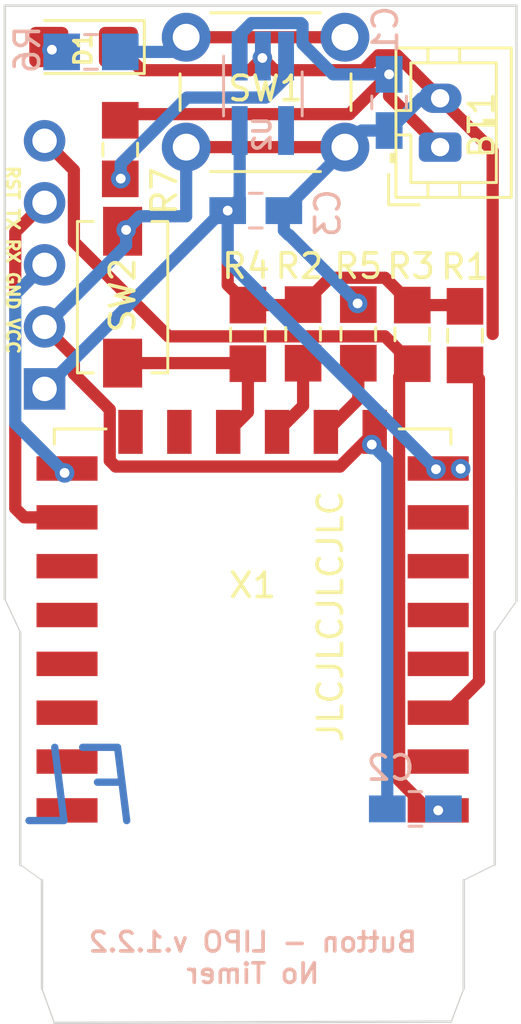
<source format=kicad_pcb>
(kicad_pcb (version 20171130) (host pcbnew "(5.1.9)-1")

  (general
    (thickness 1.6)
    (drawings 21)
    (tracks 120)
    (zones 0)
    (modules 17)
    (nets 14)
  )

  (page A4)
  (layers
    (0 F.Cu signal)
    (31 B.Cu signal)
    (32 B.Adhes user)
    (33 F.Adhes user)
    (34 B.Paste user)
    (35 F.Paste user)
    (36 B.SilkS user)
    (37 F.SilkS user)
    (38 B.Mask user)
    (39 F.Mask user)
    (40 Dwgs.User user)
    (41 Cmts.User user)
    (42 Eco1.User user)
    (43 Eco2.User user)
    (44 Edge.Cuts user)
    (45 Margin user)
    (46 B.CrtYd user hide)
    (47 F.CrtYd user)
    (48 B.Fab user hide)
    (49 F.Fab user hide)
  )

  (setup
    (last_trace_width 0.25)
    (user_trace_width 0.5)
    (trace_clearance 0.1)
    (zone_clearance 0.508)
    (zone_45_only no)
    (trace_min 0.2)
    (via_size 0.8)
    (via_drill 0.4)
    (via_min_size 0.4)
    (via_min_drill 0.3)
    (user_via 0.5 0.3)
    (uvia_size 0.3)
    (uvia_drill 0.1)
    (uvias_allowed no)
    (uvia_min_size 0.2)
    (uvia_min_drill 0.1)
    (edge_width 0.05)
    (segment_width 0.2)
    (pcb_text_width 0.3)
    (pcb_text_size 1.5 1.5)
    (mod_edge_width 0.12)
    (mod_text_size 1 1)
    (mod_text_width 0.15)
    (pad_size 1.524 1.524)
    (pad_drill 0.762)
    (pad_to_mask_clearance 0.051)
    (solder_mask_min_width 0.25)
    (aux_axis_origin 0 0)
    (visible_elements 7FFFFFFF)
    (pcbplotparams
      (layerselection 0x010fc_ffffffff)
      (usegerberextensions false)
      (usegerberattributes false)
      (usegerberadvancedattributes true)
      (creategerberjobfile false)
      (excludeedgelayer true)
      (linewidth 0.150000)
      (plotframeref false)
      (viasonmask false)
      (mode 1)
      (useauxorigin true)
      (hpglpennumber 1)
      (hpglpenspeed 20)
      (hpglpendiameter 15.000000)
      (psnegative false)
      (psa4output false)
      (plotreference true)
      (plotvalue true)
      (plotinvisibletext false)
      (padsonsilk false)
      (subtractmaskfromsilk false)
      (outputformat 1)
      (mirror false)
      (drillshape 0)
      (scaleselection 1)
      (outputdirectory "Gerber/"))
  )

  (net 0 "")
  (net 1 /VCC)
  (net 2 /GND)
  (net 3 /RST)
  (net 4 /RX)
  (net 5 /TX)
  (net 6 /EN)
  (net 7 /GPIO2)
  (net 8 /GPIO0)
  (net 9 "Net-(BT1-Pad1)")
  (net 10 /GPIO15)
  (net 11 "Net-(D1-Pad2)")
  (net 12 "Net-(R6-Pad2)")
  (net 13 "Net-(R7-Pad1)")

  (net_class Default "This is the default net class."
    (clearance 0.1)
    (trace_width 0.25)
    (via_dia 0.8)
    (via_drill 0.4)
    (uvia_dia 0.3)
    (uvia_drill 0.1)
    (add_net /EN)
    (add_net /GND)
    (add_net /GPIO0)
    (add_net /GPIO15)
    (add_net /GPIO2)
    (add_net /RST)
    (add_net /RX)
    (add_net /TX)
    (add_net /VCC)
    (add_net "Net-(BT1-Pad1)")
    (add_net "Net-(D1-Pad2)")
    (add_net "Net-(R6-Pad2)")
    (add_net "Net-(R7-Pad1)")
  )

  (module RF_Module:ESP-12E (layer F.Cu) (tedit 60342238) (tstamp 603269A6)
    (at 125.72 90.16 180)
    (descr "Wi-Fi Module, http://wiki.ai-thinker.com/_media/esp8266/docs/aithinker_esp_12f_datasheet_en.pdf")
    (tags "Wi-Fi Module")
    (path /602C0443)
    (attr smd)
    (fp_text reference X1 (at 0 5.715 180) (layer F.SilkS)
      (effects (font (size 1 1) (thickness 0.15)))
    )
    (fp_text value ESP-12E (at -0.06 -12.78 180) (layer F.Fab)
      (effects (font (size 1 1) (thickness 0.15)))
    )
    (fp_line (start -8 -12) (end 8 -12) (layer F.Fab) (width 0.12))
    (fp_line (start 8 -12) (end 8 12) (layer F.Fab) (width 0.12))
    (fp_line (start 8 12) (end -8 12) (layer F.Fab) (width 0.12))
    (fp_line (start -8 12) (end -8 -3) (layer F.Fab) (width 0.12))
    (fp_line (start -8 -3) (end -7.5 -3.5) (layer F.Fab) (width 0.12))
    (fp_line (start -7.5 -3.5) (end -8 -4) (layer F.Fab) (width 0.12))
    (fp_line (start -8 -4) (end -8 -12) (layer F.Fab) (width 0.12))
    (fp_line (start -9.05 -12.2) (end 9.05 -12.2) (layer F.CrtYd) (width 0.05))
    (fp_line (start 9.05 -12.2) (end 9.05 13.1) (layer F.CrtYd) (width 0.05))
    (fp_line (start 9.05 13.1) (end -9.05 13.1) (layer F.CrtYd) (width 0.05))
    (fp_line (start -9.05 13.1) (end -9.05 -12.2) (layer F.CrtYd) (width 0.05))
    (fp_line (start 8.12 11.5) (end 8.12 12.12) (layer F.SilkS) (width 0.12))
    (fp_line (start 8.12 12.12) (end 6 12.12) (layer F.SilkS) (width 0.12))
    (fp_line (start -6 12.12) (end -8.12 12.12) (layer F.SilkS) (width 0.12))
    (fp_line (start -8.12 12.12) (end -8.12 11.5) (layer F.SilkS) (width 0.12))
    (fp_line (start -8.12 -12.12) (end 8.12 -12.12) (layer Dwgs.User) (width 0.12))
    (fp_line (start 8.12 -12.12) (end 8.12 -4.8) (layer Dwgs.User) (width 0.12))
    (fp_line (start 8.12 -4.8) (end -8.12 -4.8) (layer Dwgs.User) (width 0.12))
    (fp_line (start -8.12 -4.8) (end -8.12 -12.12) (layer Dwgs.User) (width 0.12))
    (fp_line (start -8.12 -9.12) (end -5.12 -12.12) (layer Dwgs.User) (width 0.12))
    (fp_line (start -8.12 -6.12) (end -2.12 -12.12) (layer Dwgs.User) (width 0.12))
    (fp_line (start -6.44 -4.8) (end 0.88 -12.12) (layer Dwgs.User) (width 0.12))
    (fp_line (start -3.44 -4.8) (end 3.88 -12.12) (layer Dwgs.User) (width 0.12))
    (fp_line (start -0.44 -4.8) (end 6.88 -12.12) (layer Dwgs.User) (width 0.12))
    (fp_line (start 2.56 -4.8) (end 8.12 -10.36) (layer Dwgs.User) (width 0.12))
    (fp_line (start 5.56 -4.8) (end 8.12 -7.36) (layer Dwgs.User) (width 0.12))
    (fp_text user %R (at 0.49 -0.8 180) (layer F.Fab)
      (effects (font (size 1 1) (thickness 0.15)))
    )
    (fp_text user "KEEP-OUT ZONE" (at 0.03 -9.55) (layer Cmts.User)
      (effects (font (size 1 1) (thickness 0.15)))
    )
    (fp_text user Antenna (at -0.06 -7) (layer Cmts.User)
      (effects (font (size 1 1) (thickness 0.15)))
    )
    (pad 22 smd rect (at 7.6 -3.5 180) (size 2.5 1) (layers F.Cu F.Paste F.Mask))
    (pad 21 smd rect (at 7.6 -1.5 180) (size 2.5 1) (layers F.Cu F.Paste F.Mask))
    (pad 20 smd rect (at 7.6 0.5 180) (size 2.5 1) (layers F.Cu F.Paste F.Mask))
    (pad 19 smd rect (at 7.6 2.5 180) (size 2.5 1) (layers F.Cu F.Paste F.Mask))
    (pad 18 smd rect (at 7.6 4.5 180) (size 2.5 1) (layers F.Cu F.Paste F.Mask))
    (pad 17 smd rect (at 7.6 6.5 180) (size 2.5 1) (layers F.Cu F.Paste F.Mask))
    (pad 16 smd rect (at 7.6 8.5 180) (size 2.5 1) (layers F.Cu F.Paste F.Mask)
      (net 5 /TX))
    (pad 15 smd rect (at 7.6 10.5 180) (size 2.5 1) (layers F.Cu F.Paste F.Mask)
      (net 4 /RX))
    (pad 14 smd rect (at 5 12 180) (size 1 1.8) (layers F.Cu F.Paste F.Mask))
    (pad 13 smd rect (at 3 12 180) (size 1 1.8) (layers F.Cu F.Paste F.Mask))
    (pad 12 smd rect (at 1 12 180) (size 1 1.8) (layers F.Cu F.Paste F.Mask)
      (net 8 /GPIO0))
    (pad 11 smd rect (at -1 12 180) (size 1 1.8) (layers F.Cu F.Paste F.Mask)
      (net 7 /GPIO2))
    (pad 10 smd rect (at -3 12 180) (size 1 1.8) (layers F.Cu F.Paste F.Mask)
      (net 10 /GPIO15))
    (pad 9 smd rect (at -5 12 180) (size 1 1.8) (layers F.Cu F.Paste F.Mask)
      (net 2 /GND))
    (pad 8 smd rect (at -7.6 10.5 180) (size 2.5 1) (layers F.Cu F.Paste F.Mask)
      (net 1 /VCC))
    (pad 7 smd rect (at -7.6 8.5 180) (size 2.5 1) (layers F.Cu F.Paste F.Mask))
    (pad 6 smd rect (at -7.6 6.5 180) (size 2.5 1) (layers F.Cu F.Paste F.Mask))
    (pad 5 smd rect (at -7.6 4.5 180) (size 2.5 1) (layers F.Cu F.Paste F.Mask))
    (pad 4 smd rect (at -7.6 2.5 180) (size 2.5 1) (layers F.Cu F.Paste F.Mask))
    (pad 3 smd rect (at -7.6 0.5 180) (size 2.5 1) (layers F.Cu F.Paste F.Mask)
      (net 6 /EN))
    (pad 2 smd rect (at -7.6 -1.5 180) (size 2.5 1) (layers F.Cu F.Paste F.Mask))
    (pad 1 smd rect (at -7.6 -3.5 180) (size 2.5 1) (layers F.Cu F.Paste F.Mask)
      (net 3 /RST))
    (model ${KISYS3DMOD}/RF_Module.3dshapes/ESP-12E.wrl
      (at (xyz 0 0 0))
      (scale (xyz 1 1 1))
      (rotate (xyz 0 0 0))
    )
  )

  (module Connector_PinHeader_2.54mm:PinHeader_1x05_P2.54mm_Vertical (layer F.Cu) (tedit 6033FCFB) (tstamp 60326824)
    (at 117.2 76.4 180)
    (descr "Through hole straight pin header, 1x05, 2.54mm pitch, single row")
    (tags "Through hole pin header THT 1x05 2.54mm single row")
    (path /60301345)
    (fp_text reference J1 (at -2.6162 -0.9652 180) (layer F.SilkS) hide
      (effects (font (size 1 1) (thickness 0.15)))
    )
    (fp_text value Conn_01x05_Female (at 0 12.49 180) (layer F.Fab)
      (effects (font (size 1 1) (thickness 0.15)))
    )
    (fp_line (start -0.635 -1.27) (end 1.27 -1.27) (layer F.Fab) (width 0.1))
    (fp_line (start 1.27 -1.27) (end 1.27 11.43) (layer F.Fab) (width 0.1))
    (fp_line (start 1.27 11.43) (end -1.27 11.43) (layer F.Fab) (width 0.1))
    (fp_line (start -1.27 11.43) (end -1.27 -0.635) (layer F.Fab) (width 0.1))
    (fp_line (start -1.27 -0.635) (end -0.635 -1.27) (layer F.Fab) (width 0.1))
    (fp_line (start -1.8 -1.8) (end -1.8 11.95) (layer F.CrtYd) (width 0.05))
    (fp_line (start -1.8 11.95) (end 1.8 11.95) (layer F.CrtYd) (width 0.05))
    (fp_line (start 1.8 11.95) (end 1.8 -1.8) (layer F.CrtYd) (width 0.05))
    (fp_line (start 1.8 -1.8) (end -1.8 -1.8) (layer F.CrtYd) (width 0.05))
    (fp_text user %R (at 0 5.08 270) (layer F.Fab)
      (effects (font (size 1 1) (thickness 0.15)))
    )
    (pad 5 thru_hole oval (at 0 10.16 180) (size 1.7 1.7) (drill 1) (layers *.Cu *.Mask)
      (net 3 /RST))
    (pad 4 thru_hole oval (at 0 7.62 180) (size 1.7 1.7) (drill 1) (layers *.Cu *.Mask)
      (net 5 /TX))
    (pad 3 thru_hole oval (at 0 5.08 180) (size 1.7 1.7) (drill 1) (layers *.Cu *.Mask)
      (net 4 /RX))
    (pad 2 thru_hole oval (at 0 2.54 180) (size 1.7 1.7) (drill 1) (layers *.Cu *.Mask)
      (net 2 /GND))
    (pad 1 thru_hole rect (at 0 0 180) (size 1.7 1.7) (drill 1) (layers *.Cu *.Mask)
      (net 1 /VCC))
    (model ${KISYS3DMOD}/Connector_PinHeader_2.54mm.3dshapes/PinHeader_1x05_P2.54mm_Vertical.wrl
      (at (xyz 0 0 0))
      (scale (xyz 1 1 1))
      (rotate (xyz 0 0 0))
    )
  )

  (module Connector_JST:JST_PH_B2B-PH-K_1x02_P2.00mm_Vertical (layer F.Cu) (tedit 5B7745C2) (tstamp 60326788)
    (at 133.4 66.5 90)
    (descr "JST PH series connector, B2B-PH-K (http://www.jst-mfg.com/product/pdf/eng/ePH.pdf), generated with kicad-footprint-generator")
    (tags "connector JST PH side entry")
    (path /602C3B33)
    (fp_text reference BT1 (at 0.9 1.7 -90) (layer F.SilkS)
      (effects (font (size 1 1) (thickness 0.15)))
    )
    (fp_text value Battery_Cell (at 1 4 -90) (layer F.Fab)
      (effects (font (size 1 1) (thickness 0.15)))
    )
    (fp_line (start -2.06 -1.81) (end -2.06 2.91) (layer F.SilkS) (width 0.12))
    (fp_line (start -2.06 2.91) (end 4.06 2.91) (layer F.SilkS) (width 0.12))
    (fp_line (start 4.06 2.91) (end 4.06 -1.81) (layer F.SilkS) (width 0.12))
    (fp_line (start 4.06 -1.81) (end -2.06 -1.81) (layer F.SilkS) (width 0.12))
    (fp_line (start -0.3 -1.81) (end -0.3 -2.01) (layer F.SilkS) (width 0.12))
    (fp_line (start -0.3 -2.01) (end -0.6 -2.01) (layer F.SilkS) (width 0.12))
    (fp_line (start -0.6 -2.01) (end -0.6 -1.81) (layer F.SilkS) (width 0.12))
    (fp_line (start -0.3 -1.91) (end -0.6 -1.91) (layer F.SilkS) (width 0.12))
    (fp_line (start 0.5 -1.81) (end 0.5 -1.2) (layer F.SilkS) (width 0.12))
    (fp_line (start 0.5 -1.2) (end -1.45 -1.2) (layer F.SilkS) (width 0.12))
    (fp_line (start -1.45 -1.2) (end -1.45 2.3) (layer F.SilkS) (width 0.12))
    (fp_line (start -1.45 2.3) (end 3.45 2.3) (layer F.SilkS) (width 0.12))
    (fp_line (start 3.45 2.3) (end 3.45 -1.2) (layer F.SilkS) (width 0.12))
    (fp_line (start 3.45 -1.2) (end 1.5 -1.2) (layer F.SilkS) (width 0.12))
    (fp_line (start 1.5 -1.2) (end 1.5 -1.81) (layer F.SilkS) (width 0.12))
    (fp_line (start -2.06 -0.5) (end -1.45 -0.5) (layer F.SilkS) (width 0.12))
    (fp_line (start -2.06 0.8) (end -1.45 0.8) (layer F.SilkS) (width 0.12))
    (fp_line (start 4.06 -0.5) (end 3.45 -0.5) (layer F.SilkS) (width 0.12))
    (fp_line (start 4.06 0.8) (end 3.45 0.8) (layer F.SilkS) (width 0.12))
    (fp_line (start 0.9 2.3) (end 0.9 1.8) (layer F.SilkS) (width 0.12))
    (fp_line (start 0.9 1.8) (end 1.1 1.8) (layer F.SilkS) (width 0.12))
    (fp_line (start 1.1 1.8) (end 1.1 2.3) (layer F.SilkS) (width 0.12))
    (fp_line (start 1 2.3) (end 1 1.8) (layer F.SilkS) (width 0.12))
    (fp_line (start -1.11 -2.11) (end -2.36 -2.11) (layer F.SilkS) (width 0.12))
    (fp_line (start -2.36 -2.11) (end -2.36 -0.86) (layer F.SilkS) (width 0.12))
    (fp_line (start -1.11 -2.11) (end -2.36 -2.11) (layer F.Fab) (width 0.1))
    (fp_line (start -2.36 -2.11) (end -2.36 -0.86) (layer F.Fab) (width 0.1))
    (fp_line (start -1.95 -1.7) (end -1.95 2.8) (layer F.Fab) (width 0.1))
    (fp_line (start -1.95 2.8) (end 3.95 2.8) (layer F.Fab) (width 0.1))
    (fp_line (start 3.95 2.8) (end 3.95 -1.7) (layer F.Fab) (width 0.1))
    (fp_line (start 3.95 -1.7) (end -1.95 -1.7) (layer F.Fab) (width 0.1))
    (fp_line (start -2.45 -2.2) (end -2.45 3.3) (layer F.CrtYd) (width 0.05))
    (fp_line (start -2.45 3.3) (end 4.45 3.3) (layer F.CrtYd) (width 0.05))
    (fp_line (start 4.45 3.3) (end 4.45 -2.2) (layer F.CrtYd) (width 0.05))
    (fp_line (start 4.45 -2.2) (end -2.45 -2.2) (layer F.CrtYd) (width 0.05))
    (fp_text user %R (at 1 1.5 -90) (layer F.Fab)
      (effects (font (size 1 1) (thickness 0.15)))
    )
    (pad 2 thru_hole oval (at 2 0 90) (size 1.2 1.75) (drill 0.75) (layers *.Cu *.Mask)
      (net 2 /GND))
    (pad 1 thru_hole roundrect (at 0 0 90) (size 1.2 1.75) (drill 0.75) (layers *.Cu *.Mask) (roundrect_rratio 0.208333)
      (net 9 "Net-(BT1-Pad1)"))
    (model ${KISYS3DMOD}/Connector_JST.3dshapes/JST_PH_B2B-PH-K_1x02_P2.00mm_Vertical.wrl
      (at (xyz 0 0 0))
      (scale (xyz 1 1 1))
      (rotate (xyz 0 0 0))
    )
  )

  (module Button_Switch_THT:SW_PUSH_6mm (layer F.Cu) (tedit 5A02FE31) (tstamp 60326911)
    (at 123 62)
    (descr https://www.omron.com/ecb/products/pdf/en-b3f.pdf)
    (tags "tact sw push 6mm")
    (path /602CFCB7)
    (fp_text reference SW1 (at 3.25 2.1) (layer F.SilkS)
      (effects (font (size 1 1) (thickness 0.15)))
    )
    (fp_text value SW_Push (at 3.75 6.7) (layer F.Fab)
      (effects (font (size 1 1) (thickness 0.15)))
    )
    (fp_line (start 3.25 -0.75) (end 6.25 -0.75) (layer F.Fab) (width 0.1))
    (fp_line (start 6.25 -0.75) (end 6.25 5.25) (layer F.Fab) (width 0.1))
    (fp_line (start 6.25 5.25) (end 0.25 5.25) (layer F.Fab) (width 0.1))
    (fp_line (start 0.25 5.25) (end 0.25 -0.75) (layer F.Fab) (width 0.1))
    (fp_line (start 0.25 -0.75) (end 3.25 -0.75) (layer F.Fab) (width 0.1))
    (fp_line (start 7.75 6) (end 8 6) (layer F.CrtYd) (width 0.05))
    (fp_line (start 8 6) (end 8 5.75) (layer F.CrtYd) (width 0.05))
    (fp_line (start 7.75 -1.5) (end 8 -1.5) (layer F.CrtYd) (width 0.05))
    (fp_line (start 8 -1.5) (end 8 -1.25) (layer F.CrtYd) (width 0.05))
    (fp_line (start -1.5 -1.25) (end -1.5 -1.5) (layer F.CrtYd) (width 0.05))
    (fp_line (start -1.5 -1.5) (end -1.25 -1.5) (layer F.CrtYd) (width 0.05))
    (fp_line (start -1.5 5.75) (end -1.5 6) (layer F.CrtYd) (width 0.05))
    (fp_line (start -1.5 6) (end -1.25 6) (layer F.CrtYd) (width 0.05))
    (fp_line (start -1.25 -1.5) (end 7.75 -1.5) (layer F.CrtYd) (width 0.05))
    (fp_line (start -1.5 5.75) (end -1.5 -1.25) (layer F.CrtYd) (width 0.05))
    (fp_line (start 7.75 6) (end -1.25 6) (layer F.CrtYd) (width 0.05))
    (fp_line (start 8 -1.25) (end 8 5.75) (layer F.CrtYd) (width 0.05))
    (fp_line (start 1 5.5) (end 5.5 5.5) (layer F.SilkS) (width 0.12))
    (fp_line (start -0.25 1.5) (end -0.25 3) (layer F.SilkS) (width 0.12))
    (fp_line (start 5.5 -1) (end 1 -1) (layer F.SilkS) (width 0.12))
    (fp_line (start 6.75 3) (end 6.75 1.5) (layer F.SilkS) (width 0.12))
    (fp_circle (center 3.25 2.25) (end 1.25 2.5) (layer F.Fab) (width 0.1))
    (fp_text user %R (at 3.25 2.25) (layer F.Fab)
      (effects (font (size 1 1) (thickness 0.15)))
    )
    (pad 1 thru_hole circle (at 6.5 0 90) (size 2 2) (drill 1.1) (layers *.Cu *.Mask)
      (net 12 "Net-(R6-Pad2)"))
    (pad 2 thru_hole circle (at 6.5 4.5 90) (size 2 2) (drill 1.1) (layers *.Cu *.Mask)
      (net 2 /GND))
    (pad 1 thru_hole circle (at 0 0 90) (size 2 2) (drill 1.1) (layers *.Cu *.Mask)
      (net 12 "Net-(R6-Pad2)"))
    (pad 2 thru_hole circle (at 0 4.5 90) (size 2 2) (drill 1.1) (layers *.Cu *.Mask)
      (net 2 /GND))
    (model ${KISYS3DMOD}/Button_Switch_THT.3dshapes/SW_PUSH_6mm.wrl
      (at (xyz 0 0 0))
      (scale (xyz 1 1 1))
      (rotate (xyz 0 0 0))
    )
  )

  (module handsolder:C_0805_2012handsodermod (layer B.Cu) (tedit 60326176) (tstamp 603267C3)
    (at 131.31 64.67 90)
    (descr "Capacitor SMD 0805 (2012 Metric), square (rectangular) end terminal, IPC_7351 nominal with elongated pad for handsoldering. (Body size source: https://docs.google.com/spreadsheets/d/1BsfQQcO9C6DZCsRaXUlFlo91Tg2WpOkGARC1WS5S8t0/edit?usp=sharing), generated with kicad-footprint-generator")
    (tags "capacitor handsolder")
    (path /602D0C1F)
    (attr smd)
    (fp_text reference C1 (at 2.9718 -0.1524 270) (layer B.SilkS)
      (effects (font (size 1 1) (thickness 0.15)) (justify mirror))
    )
    (fp_text value 10uF (at 0 -1.65 270) (layer B.Fab) hide
      (effects (font (size 1 1) (thickness 0.15)) (justify mirror))
    )
    (fp_line (start -1 -0.6) (end -1 0.6) (layer B.Fab) (width 0.1))
    (fp_line (start -1 0.6) (end 1 0.6) (layer B.Fab) (width 0.1))
    (fp_line (start 1 0.6) (end 1 -0.6) (layer B.Fab) (width 0.1))
    (fp_line (start 1 -0.6) (end -1 -0.6) (layer B.Fab) (width 0.1))
    (fp_line (start -0.261252 0.71) (end 0.261252 0.71) (layer B.SilkS) (width 0.12))
    (fp_line (start -0.261252 -0.71) (end 0.261252 -0.71) (layer B.SilkS) (width 0.12))
    (fp_line (start -2 -0.85) (end -2 0.85) (layer B.CrtYd) (width 0.05))
    (fp_line (start -2 0.85) (end 2.05 0.85) (layer B.CrtYd) (width 0.05))
    (fp_line (start 2.05 0.85) (end 2.05 -0.85) (layer B.CrtYd) (width 0.05))
    (fp_line (start 2.05 -0.85) (end -2 -0.85) (layer B.CrtYd) (width 0.05))
    (fp_text user %R (at 0 0 270) (layer B.Fab)
      (effects (font (size 0.5 0.5) (thickness 0.08)) (justify mirror))
    )
    (pad 2 smd rect (at 1.15 0 90) (size 1.5 1.1) (layers B.Cu B.Paste B.Mask)
      (net 9 "Net-(BT1-Pad1)"))
    (pad 1 smd rect (at -1.15 0 90) (size 1.5 1.1) (layers B.Cu B.Paste B.Mask)
      (net 2 /GND))
    (model ${KISYS3DMOD}/Capacitor_SMD.3dshapes/C_0805_2012Metric.wrl
      (at (xyz 0 0 0))
      (scale (xyz 1 1 1))
      (rotate (xyz 0 0 0))
    )
  )

  (module handsolder:SOT-23-5_HandSolderingmod (layer B.Cu) (tedit 60023824) (tstamp 60326955)
    (at 126.14 64.32 270)
    (descr "5-pin SOT23 package")
    (tags "SOT-23-5 hand-soldering")
    (path /602F5FBE)
    (attr smd)
    (fp_text reference U2 (at 1.65 0.03 270) (layer B.SilkS)
      (effects (font (size 0.7 0.7) (thickness 0.15)) (justify mirror))
    )
    (fp_text value AP2112K-3.3 (at 7.62 -1.27 270) (layer B.SilkS) hide
      (effects (font (size 1 1) (thickness 0.15)) (justify mirror))
    )
    (fp_line (start -0.9 -1.61) (end 0.9 -1.61) (layer B.SilkS) (width 0.12))
    (fp_line (start 0.9 1.61) (end -1.55 1.61) (layer B.SilkS) (width 0.12))
    (fp_line (start -0.9 0.9) (end -0.25 1.55) (layer B.Fab) (width 0.1))
    (fp_line (start 0.9 1.55) (end -0.25 1.55) (layer B.Fab) (width 0.1))
    (fp_line (start -0.9 0.9) (end -0.9 -1.55) (layer B.Fab) (width 0.1))
    (fp_line (start 0.9 -1.55) (end -0.9 -1.55) (layer B.Fab) (width 0.1))
    (fp_line (start 0.9 1.55) (end 0.9 -1.55) (layer B.Fab) (width 0.1))
    (fp_line (start -2.38 1.8) (end 2.38 1.8) (layer B.CrtYd) (width 0.05))
    (fp_line (start -2.38 1.8) (end -2.38 -1.8) (layer B.CrtYd) (width 0.05))
    (fp_line (start 2.38 -1.8) (end 2.38 1.8) (layer B.CrtYd) (width 0.05))
    (fp_line (start 2.38 -1.8) (end -2.38 -1.8) (layer B.CrtYd) (width 0.05))
    (fp_text user %R (at 0 0) (layer B.Fab)
      (effects (font (size 0.5 0.5) (thickness 0.075)) (justify mirror))
    )
    (pad 5 smd rect (at 1.5 0.95 270) (size 2 0.65) (layers B.Cu B.Paste B.Mask)
      (net 1 /VCC))
    (pad 4 smd rect (at 1.5 -0.95 270) (size 2 0.65) (layers B.Cu B.Paste B.Mask))
    (pad 3 smd rect (at -1.55 -0.95 270) (size 2 0.65) (layers B.Cu B.Paste B.Mask)
      (net 13 "Net-(R7-Pad1)"))
    (pad 2 smd trapezoid (at -1.55 0 270) (size 2 0.65) (layers B.Cu B.Paste B.Mask)
      (net 2 /GND))
    (pad 1 smd rect (at -1.55 0.95 270) (size 2 0.65) (layers B.Cu B.Paste B.Mask)
      (net 9 "Net-(BT1-Pad1)"))
    (model ${KISYS3DMOD}/Package_TO_SOT_SMD.3dshapes/SOT-23-5.wrl
      (at (xyz 0 0 0))
      (scale (xyz 1 1 1))
      (rotate (xyz 0 0 0))
    )
  )

  (module Button_Switch_SMD:SW_SPST_EVQPE1 (layer F.Cu) (tedit 5A02FC95) (tstamp 6032692A)
    (at 120.396 72.644 90)
    (descr "Light Touch Switch, https://industrial.panasonic.com/cdbs/www-data/pdf/ATK0000/ATK0000CE7.pdf")
    (path /602CDBD4)
    (attr smd)
    (fp_text reference SW2 (at 0.0762 0 90) (layer F.SilkS)
      (effects (font (size 1 1) (thickness 0.15)))
    )
    (fp_text value SW_Push (at 0 3 90) (layer F.Fab)
      (effects (font (size 1 1) (thickness 0.15)))
    )
    (fp_line (start 3 -1.75) (end 3 1.75) (layer F.Fab) (width 0.1))
    (fp_line (start 3 1.75) (end -3 1.75) (layer F.Fab) (width 0.1))
    (fp_line (start -3 1.75) (end -3 -1.75) (layer F.Fab) (width 0.1))
    (fp_line (start -3 -1.75) (end 3 -1.75) (layer F.Fab) (width 0.1))
    (fp_line (start -1.4 -0.7) (end 1.4 -0.7) (layer F.Fab) (width 0.1))
    (fp_line (start 1.4 -0.7) (end 1.4 0.7) (layer F.Fab) (width 0.1))
    (fp_line (start 1.4 0.7) (end -1.4 0.7) (layer F.Fab) (width 0.1))
    (fp_line (start -1.4 0.7) (end -1.4 -0.7) (layer F.Fab) (width 0.1))
    (fp_line (start -3.95 -2) (end 3.95 -2) (layer F.CrtYd) (width 0.05))
    (fp_line (start 3.95 -2) (end 3.95 2) (layer F.CrtYd) (width 0.05))
    (fp_line (start 3.95 2) (end -3.95 2) (layer F.CrtYd) (width 0.05))
    (fp_line (start -3.95 2) (end -3.95 -2) (layer F.CrtYd) (width 0.05))
    (fp_line (start 3.1 -1.85) (end 3.1 -1.2) (layer F.SilkS) (width 0.12))
    (fp_line (start 3.1 1.85) (end 3.1 1.2) (layer F.SilkS) (width 0.12))
    (fp_line (start -3.1 1.2) (end -3.1 1.85) (layer F.SilkS) (width 0.12))
    (fp_line (start -3.1 -1.85) (end -3.1 -1.2) (layer F.SilkS) (width 0.12))
    (fp_line (start 3.1 -1.85) (end -3.1 -1.85) (layer F.SilkS) (width 0.12))
    (fp_line (start -3.1 1.85) (end 3.1 1.85) (layer F.SilkS) (width 0.12))
    (fp_text user %R (at 0 -2.65 90) (layer F.Fab)
      (effects (font (size 1 1) (thickness 0.15)))
    )
    (pad 1 smd rect (at -2.7 0 90) (size 2 1.6) (layers F.Cu F.Paste F.Mask)
      (net 8 /GPIO0))
    (pad 2 smd rect (at 2.7 0 90) (size 2 1.6) (layers F.Cu F.Paste F.Mask)
      (net 2 /GND))
    (model ${KISYS3DMOD}/Button_Switch_SMD.3dshapes/SW_SPST_EVQPE1.wrl
      (at (xyz 0 0 0))
      (scale (xyz 1 1 1))
      (rotate (xyz 0 0 0))
    )
  )

  (module handsolder:R_0805_2012handsoldermod (layer F.Cu) (tedit 60004565) (tstamp 603268D0)
    (at 120.3 66.6 90)
    (descr "Resistor SMD 0805 (2012 Metric), square (rectangular) end terminal, IPC_7351 nominal with elongated pad for handsoldering. (Body size source: https://docs.google.com/spreadsheets/d/1BsfQQcO9C6DZCsRaXUlFlo91Tg2WpOkGARC1WS5S8t0/edit?usp=sharing), generated with kicad-footprint-generator")
    (tags "resistor handsolder")
    (path /602F7A06)
    (attr smd)
    (fp_text reference R7 (at -1.7 1.8 270) (layer F.SilkS)
      (effects (font (size 1 1) (thickness 0.15)))
    )
    (fp_text value 100k (at 0 1.65 90) (layer F.Fab) hide
      (effects (font (size 1 1) (thickness 0.15)))
    )
    (fp_line (start -1 0.6) (end -1 -0.6) (layer F.Fab) (width 0.1))
    (fp_line (start -1 -0.6) (end 1 -0.6) (layer F.Fab) (width 0.1))
    (fp_line (start 1 -0.6) (end 1 0.6) (layer F.Fab) (width 0.1))
    (fp_line (start 1 0.6) (end -1 0.6) (layer F.Fab) (width 0.1))
    (fp_line (start -0.261252 -0.71) (end 0.261252 -0.71) (layer F.SilkS) (width 0.12))
    (fp_line (start -0.261252 0.71) (end 0.261252 0.71) (layer F.SilkS) (width 0.12))
    (fp_line (start -2.05 0.95) (end -2.05 -0.95) (layer F.CrtYd) (width 0.05))
    (fp_line (start -2.05 -0.95) (end 2.05 -0.95) (layer F.CrtYd) (width 0.05))
    (fp_line (start 2.05 -0.95) (end 2.05 0.95) (layer F.CrtYd) (width 0.05))
    (fp_line (start 2.05 0.95) (end -2.05 0.95) (layer F.CrtYd) (width 0.05))
    (fp_text user %R (at 0 0 180) (layer F.Fab)
      (effects (font (size 0.5 0.5) (thickness 0.08)))
    )
    (pad 2 smd rect (at 1.2 0 90) (size 1.5 1.5) (layers F.Cu F.Paste F.Mask)
      (net 9 "Net-(BT1-Pad1)"))
    (pad 1 smd rect (at -1.2 0 90) (size 1.5 1.5) (layers F.Cu F.Paste F.Mask)
      (net 13 "Net-(R7-Pad1)"))
    (model ${KISYS3DMOD}/Resistor_SMD.3dshapes/R_0805_2012Metric.wrl
      (at (xyz 0 0 0))
      (scale (xyz 1 1 1))
      (rotate (xyz 0 0 0))
    )
  )

  (module handsolder:R_0805_2012handsoldermod (layer B.Cu) (tedit 60004565) (tstamp 603268BF)
    (at 119.1 62.6)
    (descr "Resistor SMD 0805 (2012 Metric), square (rectangular) end terminal, IPC_7351 nominal with elongated pad for handsoldering. (Body size source: https://docs.google.com/spreadsheets/d/1BsfQQcO9C6DZCsRaXUlFlo91Tg2WpOkGARC1WS5S8t0/edit?usp=sharing), generated with kicad-footprint-generator")
    (tags "resistor handsolder")
    (path /602D454A)
    (attr smd)
    (fp_text reference R6 (at -2.6 -0.1 90) (layer B.SilkS)
      (effects (font (size 1 1) (thickness 0.15)) (justify mirror))
    )
    (fp_text value 1k (at 0 -1.65) (layer B.Fab) hide
      (effects (font (size 1 1) (thickness 0.15)) (justify mirror))
    )
    (fp_line (start -1 -0.6) (end -1 0.6) (layer B.Fab) (width 0.1))
    (fp_line (start -1 0.6) (end 1 0.6) (layer B.Fab) (width 0.1))
    (fp_line (start 1 0.6) (end 1 -0.6) (layer B.Fab) (width 0.1))
    (fp_line (start 1 -0.6) (end -1 -0.6) (layer B.Fab) (width 0.1))
    (fp_line (start -0.261252 0.71) (end 0.261252 0.71) (layer B.SilkS) (width 0.12))
    (fp_line (start -0.261252 -0.71) (end 0.261252 -0.71) (layer B.SilkS) (width 0.12))
    (fp_line (start -2.05 -0.95) (end -2.05 0.95) (layer B.CrtYd) (width 0.05))
    (fp_line (start -2.05 0.95) (end 2.05 0.95) (layer B.CrtYd) (width 0.05))
    (fp_line (start 2.05 0.95) (end 2.05 -0.95) (layer B.CrtYd) (width 0.05))
    (fp_line (start 2.05 -0.95) (end -2.05 -0.95) (layer B.CrtYd) (width 0.05))
    (fp_text user %R (at -0.0528 0.0112) (layer B.Fab)
      (effects (font (size 0.5 0.5) (thickness 0.08)) (justify mirror))
    )
    (pad 2 smd rect (at 1.2 0) (size 1.5 1.5) (layers B.Cu B.Paste B.Mask)
      (net 12 "Net-(R6-Pad2)"))
    (pad 1 smd rect (at -1.2 0) (size 1.5 1.5) (layers B.Cu B.Paste B.Mask)
      (net 11 "Net-(D1-Pad2)"))
    (model ${KISYS3DMOD}/Resistor_SMD.3dshapes/R_0805_2012Metric.wrl
      (at (xyz 0 0 0))
      (scale (xyz 1 1 1))
      (rotate (xyz 0 0 0))
    )
  )

  (module handsolder:R_0805_2012handsoldermod (layer F.Cu) (tedit 60004565) (tstamp 603268AE)
    (at 130.048 74.1488 270)
    (descr "Resistor SMD 0805 (2012 Metric), square (rectangular) end terminal, IPC_7351 nominal with elongated pad for handsoldering. (Body size source: https://docs.google.com/spreadsheets/d/1BsfQQcO9C6DZCsRaXUlFlo91Tg2WpOkGARC1WS5S8t0/edit?usp=sharing), generated with kicad-footprint-generator")
    (tags "resistor handsolder")
    (path /602CA91E)
    (attr smd)
    (fp_text reference R5 (at -2.7748 0 180) (layer F.SilkS)
      (effects (font (size 1 1) (thickness 0.15)))
    )
    (fp_text value 4.7k (at 0 1.65 90) (layer F.Fab) hide
      (effects (font (size 1 1) (thickness 0.15)))
    )
    (fp_line (start -1 0.6) (end -1 -0.6) (layer F.Fab) (width 0.1))
    (fp_line (start -1 -0.6) (end 1 -0.6) (layer F.Fab) (width 0.1))
    (fp_line (start 1 -0.6) (end 1 0.6) (layer F.Fab) (width 0.1))
    (fp_line (start 1 0.6) (end -1 0.6) (layer F.Fab) (width 0.1))
    (fp_line (start -0.261252 -0.71) (end 0.261252 -0.71) (layer F.SilkS) (width 0.12))
    (fp_line (start -0.261252 0.71) (end 0.261252 0.71) (layer F.SilkS) (width 0.12))
    (fp_line (start -2.05 0.95) (end -2.05 -0.95) (layer F.CrtYd) (width 0.05))
    (fp_line (start -2.05 -0.95) (end 2.05 -0.95) (layer F.CrtYd) (width 0.05))
    (fp_line (start 2.05 -0.95) (end 2.05 0.95) (layer F.CrtYd) (width 0.05))
    (fp_line (start 2.05 0.95) (end -2.05 0.95) (layer F.CrtYd) (width 0.05))
    (fp_text user %R (at 0 0 90) (layer F.Fab)
      (effects (font (size 0.5 0.5) (thickness 0.08)))
    )
    (pad 2 smd rect (at 1.2 0 270) (size 1.5 1.5) (layers F.Cu F.Paste F.Mask)
      (net 10 /GPIO15))
    (pad 1 smd rect (at -1.2 0 270) (size 1.5 1.5) (layers F.Cu F.Paste F.Mask)
      (net 2 /GND))
    (model ${KISYS3DMOD}/Resistor_SMD.3dshapes/R_0805_2012Metric.wrl
      (at (xyz 0 0 0))
      (scale (xyz 1 1 1))
      (rotate (xyz 0 0 0))
    )
  )

  (module handsolder:R_0805_2012handsoldermod (layer F.Cu) (tedit 60004565) (tstamp 6032689D)
    (at 125.5268 74.168 270)
    (descr "Resistor SMD 0805 (2012 Metric), square (rectangular) end terminal, IPC_7351 nominal with elongated pad for handsoldering. (Body size source: https://docs.google.com/spreadsheets/d/1BsfQQcO9C6DZCsRaXUlFlo91Tg2WpOkGARC1WS5S8t0/edit?usp=sharing), generated with kicad-footprint-generator")
    (tags "resistor handsolder")
    (path /602CA541)
    (attr smd)
    (fp_text reference R4 (at -2.794 0.0762 180) (layer F.SilkS)
      (effects (font (size 1 1) (thickness 0.15)))
    )
    (fp_text value 10k (at 0 1.65 90) (layer F.Fab) hide
      (effects (font (size 1 1) (thickness 0.15)))
    )
    (fp_line (start -1 0.6) (end -1 -0.6) (layer F.Fab) (width 0.1))
    (fp_line (start -1 -0.6) (end 1 -0.6) (layer F.Fab) (width 0.1))
    (fp_line (start 1 -0.6) (end 1 0.6) (layer F.Fab) (width 0.1))
    (fp_line (start 1 0.6) (end -1 0.6) (layer F.Fab) (width 0.1))
    (fp_line (start -0.261252 -0.71) (end 0.261252 -0.71) (layer F.SilkS) (width 0.12))
    (fp_line (start -0.261252 0.71) (end 0.261252 0.71) (layer F.SilkS) (width 0.12))
    (fp_line (start -2.05 0.95) (end -2.05 -0.95) (layer F.CrtYd) (width 0.05))
    (fp_line (start -2.05 -0.95) (end 2.05 -0.95) (layer F.CrtYd) (width 0.05))
    (fp_line (start 2.05 -0.95) (end 2.05 0.95) (layer F.CrtYd) (width 0.05))
    (fp_line (start 2.05 0.95) (end -2.05 0.95) (layer F.CrtYd) (width 0.05))
    (fp_text user %R (at 0 0 90) (layer F.Fab)
      (effects (font (size 0.5 0.5) (thickness 0.08)))
    )
    (pad 2 smd rect (at 1.2 0 270) (size 1.5 1.5) (layers F.Cu F.Paste F.Mask)
      (net 8 /GPIO0))
    (pad 1 smd rect (at -1.2 0 270) (size 1.5 1.5) (layers F.Cu F.Paste F.Mask)
      (net 1 /VCC))
    (model ${KISYS3DMOD}/Resistor_SMD.3dshapes/R_0805_2012Metric.wrl
      (at (xyz 0 0 0))
      (scale (xyz 1 1 1))
      (rotate (xyz 0 0 0))
    )
  )

  (module handsolder:R_0805_2012handsoldermod (layer F.Cu) (tedit 60004565) (tstamp 6032688C)
    (at 132.2578 74.168 270)
    (descr "Resistor SMD 0805 (2012 Metric), square (rectangular) end terminal, IPC_7351 nominal with elongated pad for handsoldering. (Body size source: https://docs.google.com/spreadsheets/d/1BsfQQcO9C6DZCsRaXUlFlo91Tg2WpOkGARC1WS5S8t0/edit?usp=sharing), generated with kicad-footprint-generator")
    (tags "resistor handsolder")
    (path /602C7954)
    (attr smd)
    (fp_text reference R3 (at -2.794 0.0508 180) (layer F.SilkS)
      (effects (font (size 1 1) (thickness 0.15)))
    )
    (fp_text value 10k (at 0 1.65 90) (layer F.Fab) hide
      (effects (font (size 1 1) (thickness 0.15)))
    )
    (fp_line (start -1 0.6) (end -1 -0.6) (layer F.Fab) (width 0.1))
    (fp_line (start -1 -0.6) (end 1 -0.6) (layer F.Fab) (width 0.1))
    (fp_line (start 1 -0.6) (end 1 0.6) (layer F.Fab) (width 0.1))
    (fp_line (start 1 0.6) (end -1 0.6) (layer F.Fab) (width 0.1))
    (fp_line (start -0.261252 -0.71) (end 0.261252 -0.71) (layer F.SilkS) (width 0.12))
    (fp_line (start -0.261252 0.71) (end 0.261252 0.71) (layer F.SilkS) (width 0.12))
    (fp_line (start -2.05 0.95) (end -2.05 -0.95) (layer F.CrtYd) (width 0.05))
    (fp_line (start -2.05 -0.95) (end 2.05 -0.95) (layer F.CrtYd) (width 0.05))
    (fp_line (start 2.05 -0.95) (end 2.05 0.95) (layer F.CrtYd) (width 0.05))
    (fp_line (start 2.05 0.95) (end -2.05 0.95) (layer F.CrtYd) (width 0.05))
    (fp_text user %R (at 0 0 90) (layer F.Fab)
      (effects (font (size 0.5 0.5) (thickness 0.08)))
    )
    (pad 2 smd rect (at 1.2 0 270) (size 1.5 1.5) (layers F.Cu F.Paste F.Mask)
      (net 3 /RST))
    (pad 1 smd rect (at -1.2 0 270) (size 1.5 1.5) (layers F.Cu F.Paste F.Mask)
      (net 1 /VCC))
    (model ${KISYS3DMOD}/Resistor_SMD.3dshapes/R_0805_2012Metric.wrl
      (at (xyz 0 0 0))
      (scale (xyz 1 1 1))
      (rotate (xyz 0 0 0))
    )
  )

  (module handsolder:R_0805_2012handsoldermod (layer F.Cu) (tedit 60004565) (tstamp 6032687B)
    (at 127.7874 74.1488 270)
    (descr "Resistor SMD 0805 (2012 Metric), square (rectangular) end terminal, IPC_7351 nominal with elongated pad for handsoldering. (Body size source: https://docs.google.com/spreadsheets/d/1BsfQQcO9C6DZCsRaXUlFlo91Tg2WpOkGARC1WS5S8t0/edit?usp=sharing), generated with kicad-footprint-generator")
    (tags "resistor handsolder")
    (path /602CC605)
    (attr smd)
    (fp_text reference R2 (at -2.7748 0.1524 180) (layer F.SilkS)
      (effects (font (size 1 1) (thickness 0.15)))
    )
    (fp_text value 10k (at 0 1.65 90) (layer F.Fab) hide
      (effects (font (size 1 1) (thickness 0.15)))
    )
    (fp_line (start -1 0.6) (end -1 -0.6) (layer F.Fab) (width 0.1))
    (fp_line (start -1 -0.6) (end 1 -0.6) (layer F.Fab) (width 0.1))
    (fp_line (start 1 -0.6) (end 1 0.6) (layer F.Fab) (width 0.1))
    (fp_line (start 1 0.6) (end -1 0.6) (layer F.Fab) (width 0.1))
    (fp_line (start -0.261252 -0.71) (end 0.261252 -0.71) (layer F.SilkS) (width 0.12))
    (fp_line (start -0.261252 0.71) (end 0.261252 0.71) (layer F.SilkS) (width 0.12))
    (fp_line (start -2.05 0.95) (end -2.05 -0.95) (layer F.CrtYd) (width 0.05))
    (fp_line (start -2.05 -0.95) (end 2.05 -0.95) (layer F.CrtYd) (width 0.05))
    (fp_line (start 2.05 -0.95) (end 2.05 0.95) (layer F.CrtYd) (width 0.05))
    (fp_line (start 2.05 0.95) (end -2.05 0.95) (layer F.CrtYd) (width 0.05))
    (fp_text user %R (at 0 0 90) (layer F.Fab)
      (effects (font (size 0.5 0.5) (thickness 0.08)))
    )
    (pad 2 smd rect (at 1.2 0 270) (size 1.5 1.5) (layers F.Cu F.Paste F.Mask)
      (net 7 /GPIO2))
    (pad 1 smd rect (at -1.2 0 270) (size 1.5 1.5) (layers F.Cu F.Paste F.Mask)
      (net 1 /VCC))
    (model ${KISYS3DMOD}/Resistor_SMD.3dshapes/R_0805_2012Metric.wrl
      (at (xyz 0 0 0))
      (scale (xyz 1 1 1))
      (rotate (xyz 0 0 0))
    )
  )

  (module handsolder:R_0805_2012handsoldermod (layer F.Cu) (tedit 60004565) (tstamp 6032686A)
    (at 134.4168 74.2188 270)
    (descr "Resistor SMD 0805 (2012 Metric), square (rectangular) end terminal, IPC_7351 nominal with elongated pad for handsoldering. (Body size source: https://docs.google.com/spreadsheets/d/1BsfQQcO9C6DZCsRaXUlFlo91Tg2WpOkGARC1WS5S8t0/edit?usp=sharing), generated with kicad-footprint-generator")
    (tags "resistor handsolder")
    (path /602C727C)
    (attr smd)
    (fp_text reference R1 (at -2.8194 0 180) (layer F.SilkS)
      (effects (font (size 1 1) (thickness 0.15)))
    )
    (fp_text value 10k (at 0 1.65 90) (layer F.Fab) hide
      (effects (font (size 1 1) (thickness 0.15)))
    )
    (fp_line (start -1 0.6) (end -1 -0.6) (layer F.Fab) (width 0.1))
    (fp_line (start -1 -0.6) (end 1 -0.6) (layer F.Fab) (width 0.1))
    (fp_line (start 1 -0.6) (end 1 0.6) (layer F.Fab) (width 0.1))
    (fp_line (start 1 0.6) (end -1 0.6) (layer F.Fab) (width 0.1))
    (fp_line (start -0.261252 -0.71) (end 0.261252 -0.71) (layer F.SilkS) (width 0.12))
    (fp_line (start -0.261252 0.71) (end 0.261252 0.71) (layer F.SilkS) (width 0.12))
    (fp_line (start -2.05 0.95) (end -2.05 -0.95) (layer F.CrtYd) (width 0.05))
    (fp_line (start -2.05 -0.95) (end 2.05 -0.95) (layer F.CrtYd) (width 0.05))
    (fp_line (start 2.05 -0.95) (end 2.05 0.95) (layer F.CrtYd) (width 0.05))
    (fp_line (start 2.05 0.95) (end -2.05 0.95) (layer F.CrtYd) (width 0.05))
    (fp_text user %R (at 0 0 90) (layer F.Fab)
      (effects (font (size 0.5 0.5) (thickness 0.08)))
    )
    (pad 2 smd rect (at 1.2 0 270) (size 1.5 1.5) (layers F.Cu F.Paste F.Mask)
      (net 6 /EN))
    (pad 1 smd rect (at -1.2 0 270) (size 1.5 1.5) (layers F.Cu F.Paste F.Mask)
      (net 1 /VCC))
    (model ${KISYS3DMOD}/Resistor_SMD.3dshapes/R_0805_2012Metric.wrl
      (at (xyz 0 0 0))
      (scale (xyz 1 1 1))
      (rotate (xyz 0 0 0))
    )
  )

  (module LED_SMD:LED_1206_3216Metric_Castellated (layer F.Cu) (tedit 5F68FEF1) (tstamp 603267F8)
    (at 118.8 62.4 180)
    (descr "LED SMD 1206 (3216 Metric), castellated end terminal, IPC_7351 nominal, (Body size source: http://www.tortai-tech.com/upload/download/2011102023233369053.pdf), generated with kicad-footprint-generator")
    (tags "LED castellated")
    (path /602D28D1)
    (attr smd)
    (fp_text reference D1 (at 0.0176 -0.0922 90) (layer F.SilkS)
      (effects (font (size 0.7 0.7) (thickness 0.15)))
    )
    (fp_text value LED (at 0 1.78) (layer F.Fab)
      (effects (font (size 1 1) (thickness 0.15)))
    )
    (fp_line (start 1.6 -0.8) (end -1.2 -0.8) (layer F.Fab) (width 0.1))
    (fp_line (start -1.2 -0.8) (end -1.6 -0.4) (layer F.Fab) (width 0.1))
    (fp_line (start -1.6 -0.4) (end -1.6 0.8) (layer F.Fab) (width 0.1))
    (fp_line (start -1.6 0.8) (end 1.6 0.8) (layer F.Fab) (width 0.1))
    (fp_line (start 1.6 0.8) (end 1.6 -0.8) (layer F.Fab) (width 0.1))
    (fp_line (start 1.6 -1.085) (end -2.485 -1.085) (layer F.SilkS) (width 0.12))
    (fp_line (start -2.485 -1.085) (end -2.485 1.085) (layer F.SilkS) (width 0.12))
    (fp_line (start -2.485 1.085) (end 1.6 1.085) (layer F.SilkS) (width 0.12))
    (fp_line (start -2.48 1.08) (end -2.48 -1.08) (layer F.CrtYd) (width 0.05))
    (fp_line (start -2.48 -1.08) (end 2.48 -1.08) (layer F.CrtYd) (width 0.05))
    (fp_line (start 2.48 -1.08) (end 2.48 1.08) (layer F.CrtYd) (width 0.05))
    (fp_line (start 2.48 1.08) (end -2.48 1.08) (layer F.CrtYd) (width 0.05))
    (fp_text user %R (at 0 0) (layer F.Fab)
      (effects (font (size 0.8 0.8) (thickness 0.12)))
    )
    (pad 2 smd roundrect (at 1.425 0 180) (size 1.6 1.65) (layers F.Cu F.Paste F.Mask) (roundrect_rratio 0.15625)
      (net 11 "Net-(D1-Pad2)"))
    (pad 1 smd roundrect (at -1.425 0 180) (size 1.6 1.65) (layers F.Cu F.Paste F.Mask) (roundrect_rratio 0.15625)
      (net 2 /GND))
    (model ${KISYS3DMOD}/LED_SMD.3dshapes/LED_1206_3216Metric_Castellated.wrl
      (at (xyz 0 0 0))
      (scale (xyz 1 1 1))
      (rotate (xyz 0 0 0))
    )
  )

  (module handsolder:C_0805_2012handsodermod (layer B.Cu) (tedit 60004493) (tstamp 603267E5)
    (at 125.85 69.1 180)
    (descr "Capacitor SMD 0805 (2012 Metric), square (rectangular) end terminal, IPC_7351 nominal with elongated pad for handsoldering. (Body size source: https://docs.google.com/spreadsheets/d/1BsfQQcO9C6DZCsRaXUlFlo91Tg2WpOkGARC1WS5S8t0/edit?usp=sharing), generated with kicad-footprint-generator")
    (tags "capacitor handsolder")
    (path /602E3D4A)
    (attr smd)
    (fp_text reference C3 (at -2.95 -0.1 90) (layer B.SilkS)
      (effects (font (size 1 1) (thickness 0.15)) (justify mirror))
    )
    (fp_text value 10uF (at 0 -1.65) (layer B.Fab) hide
      (effects (font (size 1 1) (thickness 0.15)) (justify mirror))
    )
    (fp_line (start -1 -0.6) (end -1 0.6) (layer B.Fab) (width 0.1))
    (fp_line (start -1 0.6) (end 1 0.6) (layer B.Fab) (width 0.1))
    (fp_line (start 1 0.6) (end 1 -0.6) (layer B.Fab) (width 0.1))
    (fp_line (start 1 -0.6) (end -1 -0.6) (layer B.Fab) (width 0.1))
    (fp_line (start -0.261252 0.71) (end 0.261252 0.71) (layer B.SilkS) (width 0.12))
    (fp_line (start -0.261252 -0.71) (end 0.261252 -0.71) (layer B.SilkS) (width 0.12))
    (fp_line (start -2 -0.95) (end -2 0.95) (layer B.CrtYd) (width 0.05))
    (fp_line (start -2 0.95) (end 2.05 0.95) (layer B.CrtYd) (width 0.05))
    (fp_line (start 2.05 0.95) (end 2.05 -0.95) (layer B.CrtYd) (width 0.05))
    (fp_line (start 2.05 -0.95) (end -2 -0.95) (layer B.CrtYd) (width 0.05))
    (fp_text user %R (at 0 0) (layer B.Fab)
      (effects (font (size 0.5 0.5) (thickness 0.08)) (justify mirror))
    )
    (pad 2 smd rect (at 1.15 0 180) (size 1.5 1.1) (layers B.Cu B.Paste B.Mask)
      (net 1 /VCC))
    (pad 1 smd rect (at -1.15 0 180) (size 1.5 1.1) (layers B.Cu B.Paste B.Mask)
      (net 2 /GND))
    (model ${KISYS3DMOD}/Capacitor_SMD.3dshapes/C_0805_2012Metric.wrl
      (at (xyz 0 0 0))
      (scale (xyz 1 1 1))
      (rotate (xyz 0 0 0))
    )
  )

  (module handsolder:C_0805_2012handsodermod (layer B.Cu) (tedit 60004493) (tstamp 603267D4)
    (at 132.3848 93.599)
    (descr "Capacitor SMD 0805 (2012 Metric), square (rectangular) end terminal, IPC_7351 nominal with elongated pad for handsoldering. (Body size source: https://docs.google.com/spreadsheets/d/1BsfQQcO9C6DZCsRaXUlFlo91Tg2WpOkGARC1WS5S8t0/edit?usp=sharing), generated with kicad-footprint-generator")
    (tags "capacitor handsolder")
    (path /602C896A)
    (attr smd)
    (fp_text reference C2 (at -1.016 -1.6764) (layer B.SilkS)
      (effects (font (size 1 1) (thickness 0.15)) (justify mirror))
    )
    (fp_text value 100nF (at 0 -1.65) (layer B.Fab) hide
      (effects (font (size 1 1) (thickness 0.15)) (justify mirror))
    )
    (fp_line (start -1 -0.6) (end -1 0.6) (layer B.Fab) (width 0.1))
    (fp_line (start -1 0.6) (end 1 0.6) (layer B.Fab) (width 0.1))
    (fp_line (start 1 0.6) (end 1 -0.6) (layer B.Fab) (width 0.1))
    (fp_line (start 1 -0.6) (end -1 -0.6) (layer B.Fab) (width 0.1))
    (fp_line (start -0.261252 0.71) (end 0.261252 0.71) (layer B.SilkS) (width 0.12))
    (fp_line (start -0.261252 -0.71) (end 0.261252 -0.71) (layer B.SilkS) (width 0.12))
    (fp_line (start -2 -0.95) (end -2 0.95) (layer B.CrtYd) (width 0.05))
    (fp_line (start -2 0.95) (end 2.05 0.95) (layer B.CrtYd) (width 0.05))
    (fp_line (start 2.05 0.95) (end 2.05 -0.95) (layer B.CrtYd) (width 0.05))
    (fp_line (start 2.05 -0.95) (end -2 -0.95) (layer B.CrtYd) (width 0.05))
    (fp_text user %R (at 0 0) (layer B.Fab)
      (effects (font (size 0.5 0.5) (thickness 0.08)) (justify mirror))
    )
    (pad 2 smd rect (at 1.15 0) (size 1.5 1.1) (layers B.Cu B.Paste B.Mask)
      (net 3 /RST))
    (pad 1 smd rect (at -1.15 0) (size 1.5 1.1) (layers B.Cu B.Paste B.Mask)
      (net 2 /GND))
    (model ${KISYS3DMOD}/Capacitor_SMD.3dshapes/C_0805_2012Metric.wrl
      (at (xyz 0 0 0))
      (scale (xyz 1 1 1))
      (rotate (xyz 0 0 0))
    )
  )

  (gr_text "RST TX RX GND VCC" (at 115.9 71.12 270) (layer F.SilkS)
    (effects (font (size 0.5 0.5) (thickness 0.125)))
  )
  (gr_line (start 115.57 60.706) (end 136.525 60.706) (layer Edge.Cuts) (width 0.1) (tstamp 60329047))
  (gr_line (start 133.858 102.31) (end 134.366 100.965) (layer Edge.Cuts) (width 0.05) (tstamp 60328FAC))
  (gr_line (start 117.094 100.965) (end 117.602 102.362) (layer Edge.Cuts) (width 0.05) (tstamp 60328FAB))
  (gr_line (start 134.366 96.52) (end 135.636 95.885) (layer Edge.Cuts) (width 0.05) (tstamp 60328ED2))
  (gr_line (start 134.366 96.52) (end 134.366 100.965) (layer Edge.Cuts) (width 0.1) (tstamp 60328EC5))
  (gr_line (start 136.525 85.09) (end 135.636 86.36) (layer Edge.Cuts) (width 0.05) (tstamp 60328EB9))
  (gr_line (start 135.636 86.36) (end 135.636 95.885) (layer Edge.Cuts) (width 0.1) (tstamp 60328EAB))
  (gr_line (start 136.525 80.645) (end 136.525 85.09) (layer Edge.Cuts) (width 0.1) (tstamp 60328E6D))
  (gr_line (start 136.525 78.105) (end 136.525 80.645) (layer Edge.Cuts) (width 0.1) (tstamp 60328E03))
  (gr_line (start 116.205 95.885) (end 117.094 96.52) (layer Edge.Cuts) (width 0.05) (tstamp 60328C85))
  (gr_line (start 116.205 95.885) (end 116.205 86.36) (layer Edge.Cuts) (width 0.1) (tstamp 60328C83))
  (gr_line (start 115.57 85) (end 116.205 86.36) (layer Edge.Cuts) (width 0.05) (tstamp 60328C79))
  (gr_line (start 115.57 85) (end 115.57 84) (layer Edge.Cuts) (width 0.1) (tstamp 60328C75))
  (gr_line (start 115.57 84) (end 115.57 60.706) (layer Edge.Cuts) (width 0.1) (tstamp 60328C73))
  (gr_text FL (at 118.76024 92.70492) (layer B.Cu)
    (effects (font (size 3 3) (thickness 0.3) italic) (justify mirror))
  )
  (gr_text "Button - LIPO v.1.2.2\nNo Timer\n" (at 125.73 99.695) (layer B.SilkS)
    (effects (font (size 0.8 0.8) (thickness 0.15)) (justify mirror))
  )
  (gr_text JLCJLCJLCJLC (at 128.905 85.725 90) (layer F.SilkS)
    (effects (font (size 1 1) (thickness 0.15)))
  )
  (gr_line (start 136.525 60.706) (end 136.525 78.105) (layer Edge.Cuts) (width 0.1))
  (gr_line (start 117.094 100.965) (end 117.094 96.52) (layer Edge.Cuts) (width 0.1))
  (gr_line (start 133.858 102.31) (end 117.602 102.362) (layer Edge.Cuts) (width 0.1))

  (via (at 134.24 79.67) (size 0.8) (drill 0.4) (layers F.Cu B.Cu) (net 1))
  (segment (start 125.19 68.61) (end 124.7 69.1) (width 0.5) (layer B.Cu) (net 1))
  (segment (start 125.19 65.82) (end 125.19 68.61) (width 0.5) (layer B.Cu) (net 1))
  (segment (start 124.7 69.1) (end 124.7 69.1) (width 0.5) (layer B.Cu) (net 1) (tstamp 603442F0))
  (via (at 124.7 69.1) (size 0.8) (drill 0.4) (layers F.Cu B.Cu) (net 1))
  (segment (start 124.7 72.1412) (end 125.5268 72.968) (width 0.5) (layer F.Cu) (net 1))
  (segment (start 124.7 69.1) (end 124.7 72.1412) (width 0.5) (layer F.Cu) (net 1))
  (segment (start 127.7682 72.968) (end 127.7874 72.9488) (width 0.5) (layer F.Cu) (net 1))
  (segment (start 125.5268 72.968) (end 127.7682 72.968) (width 0.5) (layer F.Cu) (net 1))
  (segment (start 134.366 72.968) (end 134.4168 73.0188) (width 0.5) (layer F.Cu) (net 1))
  (segment (start 132.2578 72.968) (end 134.366 72.968) (width 0.5) (layer F.Cu) (net 1))
  (segment (start 131.138599 71.848799) (end 132.2578 72.968) (width 0.5) (layer F.Cu) (net 1))
  (segment (start 128.887401 71.848799) (end 131.138599 71.848799) (width 0.5) (layer F.Cu) (net 1))
  (segment (start 127.7874 72.9488) (end 128.887401 71.848799) (width 0.5) (layer F.Cu) (net 1))
  (segment (start 124.7 69.1) (end 124.7 71.16) (width 0.5) (layer B.Cu) (net 1))
  (segment (start 124.7 71.16) (end 133.23 79.69) (width 0.5) (layer B.Cu) (net 1))
  (segment (start 133.23 79.69) (end 133.25 79.71) (width 0.5) (layer B.Cu) (net 1) (tstamp 6034493E))
  (via (at 133.23 79.69) (size 0.8) (drill 0.4) (layers F.Cu B.Cu) (net 1))
  (segment (start 124.5 69.1) (end 124.7 69.1) (width 0.5) (layer B.Cu) (net 1))
  (segment (start 117.2 76.4) (end 124.5 69.1) (width 0.5) (layer B.Cu) (net 1))
  (via (at 130.02 72.9) (size 0.8) (drill 0.4) (layers F.Cu B.Cu) (net 2))
  (segment (start 133.4 64.5) (end 132.85 64.5) (width 0.5) (layer B.Cu) (net 2))
  (segment (start 132.63 64.5) (end 131.31 65.82) (width 0.5) (layer B.Cu) (net 2))
  (segment (start 133.4 64.5) (end 132.63 64.5) (width 0.5) (layer B.Cu) (net 2))
  (segment (start 130.18 65.82) (end 129.5 66.5) (width 0.5) (layer B.Cu) (net 2))
  (segment (start 131.31 65.82) (end 130.18 65.82) (width 0.5) (layer B.Cu) (net 2))
  (segment (start 129.5 66.6) (end 127 69.1) (width 0.5) (layer B.Cu) (net 2))
  (segment (start 129.5 66.5) (end 129.5 66.6) (width 0.5) (layer B.Cu) (net 2))
  (segment (start 123 66.5) (end 123 69.330002) (width 0.5) (layer B.Cu) (net 2))
  (segment (start 123 69.330002) (end 121.099998 69.330002) (width 0.5) (layer B.Cu) (net 2))
  (segment (start 121.099998 69.330002) (end 120.54 69.89) (width 0.5) (layer B.Cu) (net 2))
  (segment (start 120.54 69.89) (end 120.54 69.89) (width 0.5) (layer B.Cu) (net 2) (tstamp 60344221))
  (via (at 120.54 69.89) (size 0.8) (drill 0.4) (layers F.Cu B.Cu) (net 2))
  (segment (start 121.175001 63.350001) (end 125.619999 63.350001) (width 0.5) (layer F.Cu) (net 2))
  (segment (start 120.225 62.4) (end 121.175001 63.350001) (width 0.5) (layer F.Cu) (net 2))
  (segment (start 125.619999 63.350001) (end 126.12 62.85) (width 0.5) (layer F.Cu) (net 2))
  (segment (start 126.12 62.85) (end 126.16 62.81) (width 0.5) (layer F.Cu) (net 2) (tstamp 60344229))
  (via (at 126.12 62.85) (size 0.8) (drill 0.4) (layers F.Cu B.Cu) (net 2))
  (segment (start 123 66.5) (end 129.5 66.5) (width 0.5) (layer F.Cu) (net 2))
  (segment (start 126.620001 63.350001) (end 130.259999 63.350001) (width 0.5) (layer F.Cu) (net 2))
  (segment (start 126.12 62.85) (end 126.620001 63.350001) (width 0.5) (layer F.Cu) (net 2))
  (segment (start 130.259999 63.350001) (end 130.87 62.74) (width 0.5) (layer F.Cu) (net 2))
  (segment (start 131.64 62.74) (end 133.4 64.5) (width 0.5) (layer F.Cu) (net 2))
  (segment (start 130.87 62.74) (end 131.64 62.74) (width 0.5) (layer F.Cu) (net 2))
  (segment (start 135.55 66.65) (end 133.4 64.5) (width 0.5) (layer F.Cu) (net 2))
  (segment (start 135.55 74.15) (end 135.55 66.65) (width 0.5) (layer F.Cu) (net 2))
  (segment (start 131.2348 93.599) (end 131.2348 79.3148) (width 0.5) (layer B.Cu) (net 2))
  (segment (start 131.2348 79.3148) (end 130.6 78.68) (width 0.5) (layer B.Cu) (net 2))
  (segment (start 130.6 78.68) (end 130.6 78.68) (width 0.5) (layer B.Cu) (net 2) (tstamp 60344950))
  (via (at 130.6 78.68) (size 0.8) (drill 0.4) (layers F.Cu B.Cu) (net 2))
  (segment (start 130.72 78.16) (end 129.3 79.58) (width 0.5) (layer F.Cu) (net 2))
  (segment (start 118.400001 75.060001) (end 117.2 73.86) (width 0.5) (layer F.Cu) (net 2))
  (segment (start 118.400001 75.778003) (end 118.400001 75.060001) (width 0.5) (layer F.Cu) (net 2))
  (segment (start 119.869999 77.248001) (end 118.400001 75.778003) (width 0.5) (layer F.Cu) (net 2))
  (segment (start 119.869999 79.340001) (end 119.869999 77.248001) (width 0.5) (layer F.Cu) (net 2))
  (segment (start 120.109998 79.58) (end 119.869999 79.340001) (width 0.5) (layer F.Cu) (net 2))
  (segment (start 129.3 79.58) (end 120.109998 79.58) (width 0.5) (layer F.Cu) (net 2))
  (segment (start 130.02 72.9) (end 127.21 70.09) (width 0.5) (layer B.Cu) (net 2))
  (segment (start 127.21 70.09) (end 127.18 70.09) (width 0.5) (layer B.Cu) (net 2))
  (segment (start 127 69.91) (end 127 69.1) (width 0.5) (layer B.Cu) (net 2))
  (segment (start 127.18 70.09) (end 127 69.91) (width 0.5) (layer B.Cu) (net 2))
  (segment (start 120.54 70.52) (end 120.54 69.89) (width 0.5) (layer B.Cu) (net 2))
  (segment (start 117.2 73.86) (end 120.54 70.52) (width 0.5) (layer B.Cu) (net 2))
  (segment (start 132.939998 93.66) (end 133.32 93.66) (width 0.5) (layer F.Cu) (net 3))
  (segment (start 131.719999 92.440001) (end 132.939998 93.66) (width 0.5) (layer F.Cu) (net 3))
  (segment (start 131.719999 75.905801) (end 131.719999 92.440001) (width 0.5) (layer F.Cu) (net 3))
  (segment (start 132.2578 75.368) (end 131.719999 75.905801) (width 0.5) (layer F.Cu) (net 3))
  (segment (start 133.32 93.66) (end 133.32 93.66) (width 0.5) (layer F.Cu) (net 3) (tstamp 6034494B))
  (via (at 133.32 93.66) (size 0.8) (drill 0.4) (layers F.Cu B.Cu) (net 3))
  (segment (start 118.400001 70.378003) (end 122.270797 74.248799) (width 0.5) (layer F.Cu) (net 3))
  (segment (start 118.400001 67.440001) (end 118.400001 70.378003) (width 0.5) (layer F.Cu) (net 3))
  (segment (start 131.138599 74.248799) (end 132.2578 75.368) (width 0.5) (layer F.Cu) (net 3))
  (segment (start 122.270797 74.248799) (end 131.138599 74.248799) (width 0.5) (layer F.Cu) (net 3))
  (segment (start 117.2 66.24) (end 118.400001 67.440001) (width 0.5) (layer F.Cu) (net 3))
  (segment (start 115.999999 72.520001) (end 115.999999 77.819999) (width 0.5) (layer B.Cu) (net 4))
  (segment (start 117.2 71.32) (end 115.999999 72.520001) (width 0.5) (layer B.Cu) (net 4))
  (segment (start 115.999999 77.819999) (end 118.02 79.84) (width 0.5) (layer B.Cu) (net 4))
  (segment (start 118.02 79.84) (end 118.02 79.84) (width 0.5) (layer B.Cu) (net 4) (tstamp 60344962))
  (via (at 118.02 79.84) (size 0.8) (drill 0.4) (layers F.Cu B.Cu) (net 4))
  (segment (start 116.37 81.66) (end 118.12 81.66) (width 0.5) (layer F.Cu) (net 5))
  (segment (start 115.999999 81.289999) (end 116.37 81.66) (width 0.5) (layer F.Cu) (net 5))
  (segment (start 115.999999 69.980001) (end 115.999999 81.289999) (width 0.5) (layer F.Cu) (net 5))
  (segment (start 117.2 68.78) (end 115.999999 69.980001) (width 0.5) (layer F.Cu) (net 5))
  (segment (start 133.700002 89.66) (end 133.32 89.66) (width 0.5) (layer F.Cu) (net 6))
  (segment (start 134.990001 88.370001) (end 133.700002 89.66) (width 0.5) (layer F.Cu) (net 6))
  (segment (start 134.990001 75.992001) (end 134.990001 88.370001) (width 0.5) (layer F.Cu) (net 6))
  (segment (start 134.4168 75.4188) (end 134.990001 75.992001) (width 0.5) (layer F.Cu) (net 6))
  (segment (start 127.7874 77.0926) (end 126.72 78.16) (width 0.5) (layer F.Cu) (net 7))
  (segment (start 127.7874 75.3488) (end 127.7874 77.0926) (width 0.5) (layer F.Cu) (net 7))
  (segment (start 125.5268 77.3532) (end 124.72 78.16) (width 0.5) (layer F.Cu) (net 8))
  (segment (start 125.5268 75.368) (end 125.5268 77.3532) (width 0.5) (layer F.Cu) (net 8))
  (segment (start 125.5028 75.344) (end 125.5268 75.368) (width 0.5) (layer F.Cu) (net 8))
  (segment (start 120.396 75.344) (end 125.5028 75.344) (width 0.5) (layer F.Cu) (net 8))
  (segment (start 125.670018 61.41999) (end 125.19 61.900008) (width 0.5) (layer B.Cu) (net 9))
  (segment (start 127.694992 61.41999) (end 125.670018 61.41999) (width 0.5) (layer B.Cu) (net 9))
  (segment (start 125.19 61.900008) (end 125.19 62.77) (width 0.5) (layer B.Cu) (net 9))
  (segment (start 127.765001 61.489999) (end 127.694992 61.41999) (width 0.5) (layer B.Cu) (net 9))
  (segment (start 127.765001 62.263003) (end 127.765001 61.489999) (width 0.5) (layer B.Cu) (net 9))
  (segment (start 129.021998 63.52) (end 127.765001 62.263003) (width 0.5) (layer B.Cu) (net 9))
  (segment (start 131.31 63.52) (end 131.31 63.52) (width 0.5) (layer B.Cu) (net 9))
  (segment (start 120.550001 65.149999) (end 129.690001 65.149999) (width 0.5) (layer F.Cu) (net 9))
  (segment (start 120.3 65.4) (end 120.550001 65.149999) (width 0.5) (layer F.Cu) (net 9))
  (segment (start 129.690001 65.149999) (end 131.26 63.58) (width 0.5) (layer F.Cu) (net 9))
  (segment (start 131.31 63.52) (end 129.021998 63.52) (width 0.5) (layer B.Cu) (net 9) (tstamp 603442E2))
  (via (at 131.31 63.52) (size 0.8) (drill 0.4) (layers F.Cu B.Cu) (net 9))
  (segment (start 131.31 64.41) (end 131.31 63.52) (width 0.5) (layer F.Cu) (net 9))
  (segment (start 133.4 66.5) (end 131.31 64.41) (width 0.5) (layer F.Cu) (net 9))
  (segment (start 130.048 76.832) (end 128.72 78.16) (width 0.5) (layer F.Cu) (net 10))
  (segment (start 130.048 75.3488) (end 130.048 76.832) (width 0.5) (layer F.Cu) (net 10))
  (via (at 117.5 62.51) (size 0.8) (drill 0.4) (layers F.Cu B.Cu) (net 11))
  (segment (start 122.4 62.6) (end 123 62) (width 0.5) (layer B.Cu) (net 12))
  (segment (start 120.3 62.6) (end 122.4 62.6) (width 0.5) (layer B.Cu) (net 12))
  (segment (start 123 62) (end 129.5 62) (width 0.5) (layer F.Cu) (net 12))
  (segment (start 127.09 63.639992) (end 126.259993 64.469999) (width 0.5) (layer B.Cu) (net 13))
  (segment (start 127.09 62.77) (end 127.09 63.639992) (width 0.5) (layer B.Cu) (net 13))
  (segment (start 123.031999 64.469999) (end 120.32 67.181998) (width 0.5) (layer B.Cu) (net 13))
  (segment (start 126.259993 64.469999) (end 123.031999 64.469999) (width 0.5) (layer B.Cu) (net 13))
  (segment (start 120.32 67.181998) (end 120.32 67.79) (width 0.5) (layer B.Cu) (net 13))
  (segment (start 120.32 67.79) (end 120.32 67.79) (width 0.5) (layer B.Cu) (net 13) (tstamp 603442DA))
  (via (at 120.32 67.79) (size 0.8) (drill 0.4) (layers F.Cu B.Cu) (net 13))

)

</source>
